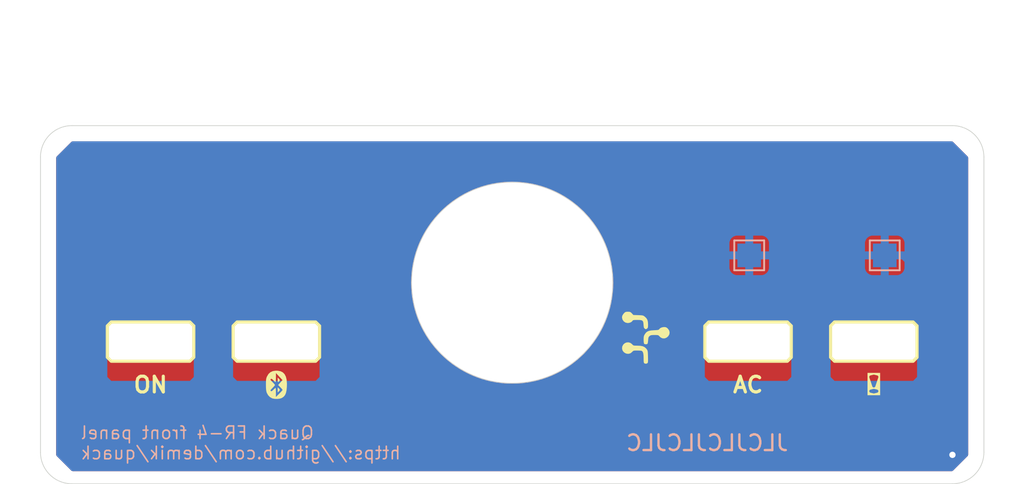
<source format=kicad_pcb>
(kicad_pcb (version 20240108) (generator "pcbnew") (generator_version "8.0")
  (title_block (title "Quack front panel") (date "2024-06-08") (rev "1.3") (company "Lostwave") (comment 1 "https://68kmla.org") (comment 2 "https://github.com/demik/quack"))
  (layers (0 "F.Cu" signal) (31 "B.Cu" power) (36 "B.SilkS" user "B.Silkscreen") (37 "F.SilkS" user "F.Silkscreen") (38 "B.Mask" user) (39 "F.Mask" user) (44 "Edge.Cuts" user))
  (net 0 "")
  (net 1 "Earth")
  (footprint "ADB_4mm:Untitled" (layer "F.Cu") (at 53 56.5)
    (property "Reference" "BT" (hide yes))
    (property "Value" "LOGO" (hide yes))
    (fp_poly (pts (xy 0.155222 -0.395111) (xy 0.211843 -0.329289) (xy 0.219724 -0.27595) (xy 0.180282 -0.221693) (xy 0.174166 -0.216041) (xy 0.126554 -0.179063) (xy 0.099454 -0.180294) (xy 0.087337 -0.225869) (xy 0.084666 -0.315364) (xy 0.084666 -0.461395)) (fill solid) (layer "F.SilkS"))
    (fp_poly (pts (xy 0.155222 0.225777) (xy 0.203229 0.279613) (xy 0.225572 0.321881) (xy 0.225777 0.324555) (xy 0.206811 0.364483) (xy 0.160609 0.418178) (xy 0.155222 0.423333) (xy 0.084666 0.489616) (xy 0.084666 0.324555) (xy 0.084666 0.159494)) (fill solid) (layer "F.SilkS"))
    (fp_poly (pts (xy 0.089038 -0.896103) (xy 0.268073 -0.863017) (xy 0.413247 -0.790463) (xy 0.525487 -0.67682) (xy 0.605721 -0.52047) (xy 0.654872 -0.319792) (xy 0.673869 -0.073167) (xy 0.670114 0.120058) (xy 0.650135 0.342081) (xy 0.612932 0.516754) (xy 0.555002 0.65148) (xy 0.472837 0.75366) (xy 0.362934 0.830697) (xy 0.324555 0.84977) (xy 0.204989 0.884808) (xy 0.055656 0.900154) (xy -0.100141 0.895335) (xy -0.239099 0.869884) (xy -0.26459 0.861649) (xy -0.406259 0.78293) (xy -0.524757 0.66168) (xy -0.607836 0.510746) (xy -0.613201 0.496021) (xy -0.636589 0.411856) (xy -0.643755 0.364231) (xy -0.372946 0.364231) (xy -0.360659 0.388025) (xy -0.352953 0.394965) (xy -0.322084 0.410909) (xy -0.286258 0.400569) (xy -0.232872 0.357834) (xy -0.188096 0.315009) (xy -0.121037 0.252266) (xy -0.069502 0.20965) (xy -0.048321 0.197555) (xy -0.03997 0.223805) (xy -0.033315 0.294678) (xy -0.029179 0.398361) (xy -0.028223 0.486127) (xy -0.028223 0.774698) (xy 0.183444 0.564444) (xy 0.270656 0.475308) (xy 0.340409 0.399248) (xy 0.384273 0.345753) (xy 0.395111 0.326149) (xy 0.376563 0.293452) (xy 0.327799 0.234001) (xy 0.25914 0.16032) (xy 0.254997 0.156109) (xy 0.114883 0.014111) (xy 0.252494 -0.142649) (xy 0.390105 -0.299408) (xy 0.182248 -0.523649) (xy -0.025609 -0.747889) (xy -0.026916 -0.458611) (xy -0.029282 -0.33854) (xy -0.03464 -0.242813) (xy -0.042117 -0.183229) (xy -0.048321 -0.169334) (xy -0.077689 -0.187619) (xy -0.133288 -0.235029) (xy -0.188096 -0.286787) (xy -0.25773 -0.351476) (xy -0.302379 -0.380167) (xy -0.334645 -0.378972) (xy -0.352953 -0.366744) (xy -0.371526 -0.34375) (xy -0.367478 -0.314695) (xy -0.335198 -0.269724) (xy -0.269073 -0.198982) (xy -0.241401 -0.170861) (xy -0.167556 -0.093081) (xy -0.112431 -0.029007) (xy -0.085755 0.00988) (xy -0.084667 0.014111) (xy -0.103274 0.04544) (xy -0.15261 0.104646) (xy -0.222943 0.180246) (xy -0.241401 0.199082) (xy -0.318929 0.279614) (xy -0.360907 0.331379) (xy -0.372946 0.364231) (xy -0.643755 0.364231) (xy -0.651831 0.31056) (xy -0.660156 0.179504) (xy -0.662791 0.006062) (xy -0.662789 -0.014111) (xy -0.66149 -0.171597) (xy -0.656854 -0.286168) (xy -0.647125 -0.371333) (xy -0.630543 -0.4406) (xy -0.60535 -0.507478) (xy -0.595725 -0.529372) (xy -0.500697 -0.689135) (xy -0.378025 -0.802697) (xy -0.224107 -0.871987) (xy -0.035341 -0.898935)) (fill solid) (layer "F.SilkS"))
  )
  (footprint "ADB_4mm:ADB_4mm" (layer "F.Cu") (at 76.5 53.5)
    (property "Reference" "ADB" (hide yes))
    (property "Value" "LOGO" (hide yes))
    (fp_poly (pts (xy 1.259897 -0.668993) (xy 1.331506 -0.635877) (xy 1.392588 -0.584544) (xy 1.477977 -0.470504) (xy 1.512294 -0.34505) (xy 1.496646 -0.218291) (xy 1.432143 -0.100335) (xy 1.329326 -0.007428) (xy 1.20383 0.045712) (xy 1.074948 0.045922) (xy 0.952682 -0.004896) (xy 0.852152 -0.098214) (xy 0.820579 -0.132945) (xy 0.783631 -0.15407) (xy 0.72732 -0.164935) (xy 0.637658 -0.168887) (xy 0.554901 -0.169333) (xy 0.432714 -0.167543) (xy 0.35156 -0.160029) (xy 0.296086 -0.143577) (xy 0.250935 -0.114973) (xy 0.235987 -0.10258) (xy 0.193251 -0.058852) (xy 0.167831 -0.007829) (xy 0.153713 0.068037) (xy 0.146508 0.158475) (xy 0.136575 0.26159) (xy 0.122012 0.344227) (xy 0.106195 0.388056) (xy 0.053084 0.416405) (xy -0.022119 0.42118) (xy -0.090132 0.402187) (xy -0.107244 0.389467) (xy -0.125577 0.341817) (xy -0.137288 0.247941) (xy -0.141111 0.126881) (xy -0.13882 0.005686) (xy -0.128982 -0.078734) (xy -0.107152 -0.145963) (xy -0.068884 -0.215585) (xy -0.060251 -0.229342) (xy 0.010405 -0.322439) (xy 0.092776 -0.388945) (xy 0.197752 -0.433387) (xy 0.336224 -0.460291) (xy 0.519082 -0.474183) (xy 0.529901 -0.47463) (xy 0.664168 -0.48136) (xy 0.752841 -0.490158) (xy 0.806771 -0.503223) (xy 0.83681 -0.522755) (xy 0.848238 -0.539158) (xy 0.91329 -0.606885) (xy 1.017232 -0.655085) (xy 1.143924 -0.676781) (xy 1.167811 -0.677333)) (fill solid) (layer "F.SilkS"))
    (fp_poly (pts (xy -1.04761 -1.647727) (xy -0.985222 -1.631585) (xy -0.932496 -1.593092) (xy -0.888788 -1.547716) (xy -0.794134 -1.444431) (xy -0.484261 -1.434827) (xy -0.346803 -1.429766) (xy -0.252227 -1.422635) (xy -0.186982 -1.410313) (xy -0.137515 -1.389682) (xy -0.090274 -1.35762) (xy -0.066027 -1.338549) (xy 0.033764 -1.242941) (xy 0.09744 -1.13807) (xy 0.131157 -1.009158) (xy 0.141067 -0.841425) (xy 0.141067 -0.841211) (xy 0.139279 -0.728284) (xy 0.131564 -0.657425) (xy 0.114486 -0.614314) (xy 0.084604 -0.584629) (xy 0.078387 -0.580156) (xy 0.022452 -0.544875) (xy -0.016495 -0.542386) (xy -0.067105 -0.572268) (xy -0.075165 -0.577899) (xy -0.108691 -0.611754) (xy -0.129324 -0.665081) (xy -0.141424 -0.752568) (xy -0.14575 -0.815715) (xy -0.156903 -0.942594) (xy -0.179676 -1.029777) (xy -0.223331 -1.084628) (xy -0.29713 -1.11451) (xy -0.410334 -1.12679) (xy -0.539603 -1.128889) (xy -0.668608 -1.127757) (xy -0.752679 -1.122959) (xy -0.803307 -1.112394) (xy -0.83198 -1.093959) (xy -0.84651 -1.072737) (xy -0.911784 -1.003554) (xy -1.013926 -0.953673) (xy -1.13438 -0.931694) (xy -1.151536 -0.931333) (xy -1.285728 -0.957746) (xy -1.399504 -1.030666) (xy -1.479522 -1.140613) (xy -1.493099 -1.173949) (xy -1.517829 -1.293905) (xy -1.498193 -1.400965) (xy -1.430574 -1.509344) (xy -1.398285 -1.546545) (xy -1.337923 -1.606991) (xy -1.284711 -1.638144) (xy -1.215233 -1.649587) (xy -1.143 -1.651)) (fill solid) (layer "F.SilkS"))
    (fp_poly (pts (xy -0.967687 0.339291) (xy -0.863523 0.425217) (xy -0.828276 0.464011) (xy -0.792831 0.488322) (xy -0.743544 0.501571) (xy -0.666769 0.50718) (xy -0.548862 0.508573) (xy -0.530989 0.50862) (xy -0.341151 0.517855) (xy -0.194397 0.547254) (xy -0.079715 0.600882) (xy 0.013912 0.682801) (xy 0.04561 0.72134) (xy 0.078417 0.766596) (xy 0.101268 0.80917) (xy 0.116289 0.860518) (xy 0.125609 0.932099) (xy 0.131355 1.035369) (xy 0.135654 1.181785) (xy 0.136349 1.209947) (xy 0.139425 1.365776) (xy 0.1391 1.474832) (xy 0.13444 1.546731) (xy 0.124511 1.591091) (xy 0.108378 1.617527) (xy 0.095677 1.628535) (xy 0.009875 1.662387) (xy -0.081162 1.640472) (xy -0.091722 1.634628) (xy -0.114272 1.613811) (xy -0.128849 1.575766) (xy -0.13708 1.509794) (xy -0.140591 1.405195) (xy -0.141111 1.309529) (xy -0.146892 1.125701) (xy -0.165295 0.991346) (xy -0.197916 0.900583) (xy -0.246345 0.84753) (xy -0.269376 0.835976) (xy -0.317608 0.82789) (xy -0.405795 0.821776) (xy -0.517452 0.818649) (xy -0.554464 0.818444) (xy -0.672045 0.819513) (xy -0.747861 0.82534) (xy -0.796584 0.839856) (xy -0.832886 0.86699) (xy -0.863523 0.901227) (xy -0.966157 0.987013) (xy -1.081305 1.026299) (xy -1.199489 1.024329) (xy -1.31123 0.986344) (xy -1.407049 0.917588) (xy -1.477469 0.823301) (xy -1.51301 0.708727) (xy -1.504195 0.579108) (xy -1.496115 0.551355) (xy -1.430437 0.430842) (xy -1.332604 0.346956) (xy -1.214767 0.302121) (xy -1.089078 0.298758)) (fill solid) (layer "F.SilkS"))
  )
  (footprint "TestPoint:TestPoint_Pad_1.5x1.5mm" (layer "B.Cu") (at 83.074 48.26)
    (property "Reference" "TP1" (hide yes))
    (property "Value" "TestPoint")
    (fp_line (start -0.95 -0.95) (end -0.95 0.95) (stroke (width 0.12)) (layer "B.SilkS"))
    (fp_line (start -0.95 0.95) (end 0.95 0.95) (stroke (width 0.12)) (layer "B.SilkS"))
    (fp_line (start 0.95 -0.95) (end -0.95 -0.95) (stroke (width 0.12)) (layer "B.SilkS"))
    (fp_line (start 0.95 0.95) (end 0.95 -0.95) (stroke (width 0.12)) (layer "B.SilkS"))
    (pad "1" smd rect (at 0 0) (size 1.5 1.5) (layers "B.Cu" "B.Mask") (net 1 "Earth"))
  )
  (footprint "TestPoint:TestPoint_Pad_1.5x1.5mm" (layer "B.Cu") (at 91.694 48.26)
    (property "Reference" "TP2" (hide yes))
    (property "Value" "TestPoint")
    (fp_line (start -0.95 -0.95) (end -0.95 0.95) (stroke (width 0.12)) (layer "B.SilkS"))
    (fp_line (start -0.95 0.95) (end 0.95 0.95) (stroke (width 0.12)) (layer "B.SilkS"))
    (fp_line (start 0.95 -0.95) (end -0.95 -0.95) (stroke (width 0.12)) (layer "B.SilkS"))
    (fp_line (start 0.95 0.95) (end 0.95 -0.95) (stroke (width 0.12)) (layer "B.SilkS"))
    (pad "1" smd rect (at 0 0) (size 1.5 1.5) (layers "B.Cu" "B.Mask") (net 1 "Earth"))
  )
  (gr_poly (pts (xy 80.25 52.75) (xy 80.5 52.5) (xy 85.5 52.5) (xy 85.75 52.75) (xy 85.75 54.75) (xy 85.5 55) (xy 80.5 55) (xy 80.25 54.75)) (stroke (width 0.2)) (fill none) (layer "F.SilkS"))
  (gr_poly (pts (xy 88.25 52.75) (xy 88.5 52.5) (xy 93.5 52.5) (xy 93.75 52.75) (xy 93.75 54.75) (xy 93.5 55) (xy 88.5 55) (xy 88.25 54.75)) (stroke (width 0.2)) (fill none) (layer "F.SilkS"))
  (gr_poly (pts (xy 50.25 52.75) (xy 50.5 52.5) (xy 55.5 52.5) (xy 55.75 52.75) (xy 55.75 54.75) (xy 55.5 55) (xy 50.5 55) (xy 50.25 54.75)) (stroke (width 0.2)) (fill none) (layer "F.SilkS"))
  (gr_poly (pts (xy 42.25 52.75) (xy 42.5 52.5) (xy 47.5 52.5) (xy 47.75 52.75) (xy 47.75 54.75) (xy 47.5 55) (xy 42.5 55) (xy 42.25 54.75)) (stroke (width 0.2)) (fill none) (layer "F.SilkS"))
  (gr_arc (start 96 40) (mid 97.414214 40.585786) (end 98 42) (stroke (width 0.05)) (layer "Edge.Cuts"))
  (gr_arc (start 40 62.8) (mid 38.585786 62.214214) (end 38 60.8) (stroke (width 0.05)) (layer "Edge.Cuts"))
  (gr_arc (start 98 60.8) (mid 97.414214 62.214214) (end 96 62.8) (stroke (width 0.05)) (layer "Edge.Cuts"))
  (gr_line (start 98 42) (end 98 60.8) (stroke (width 0.05)) (layer "Edge.Cuts"))
  (gr_line (start 96 62.8) (end 40 62.8) (stroke (width 0.05)) (layer "Edge.Cuts"))
  (gr_line (start 38 60.8) (end 38 42) (stroke (width 0.05)) (layer "Edge.Cuts"))
  (gr_line (start 40 40) (end 96 40) (stroke (width 0.05)) (layer "Edge.Cuts"))
  (gr_circle (center 68 50) (end 74.4 50) (stroke (width 0.05)) (fill none) (layer "Edge.Cuts"))
  (gr_arc (start 38 42) (mid 38.585786 40.585786) (end 40 40) (stroke (width 0.05)) (layer "Edge.Cuts"))
  (gr_text "JLCJLCJLCJLC" (at 80.4 60.2 0) (layer "B.SilkS") (effects (font (size 1 1)) (justify mirror)))
  (gr_text "Quack FR-4 front panel\nhttps://github.com/demik/quack" (at 40.5 60.2 0) (layer "B.SilkS") (effects (font (size 0.8 0.8) (thickness 0.1)) (justify right mirror)))
  (gr_text "ON" (at 45 56.5 0) (layer "F.SilkS") (effects (font (size 1 1) (thickness 0.2))))
  (gr_text "AC" (at 83 56.5 0) (layer "F.SilkS") (effects (font (size 1 1) (thickness 0.2))))
  (gr_text "!" (at 91 56.5 0) (layer "F.SilkS" knockout) (effects (font (size 1 4) (thickness 0.2) (bold yes))))
  (via (at 96 60.96) (size 0.8) (drill 0.4) (layers "F.Cu" "B.Cu") (net 1))
  (segment (start 96 60.96) (end 96 51.55) (width 0.25) (layer "B.Cu") (net 1))
  (segment (start 92.71 48.26) (end 91.694 48.26) (width 0.25) (layer "B.Cu") (net 1))
  (segment (start 96 51.55) (end 92.71 48.26) (width 0.25) (layer "B.Cu") (net 1))
  (segment (start 91.694 48.26) (end 83.074 48.26) (width 0.25) (layer "B.Cu") (net 1))
  (zone (net 0) (net_name "") (layer "F.Cu") (connect_pads (clearance 0)) (min_thickness 0.25)
    (keepout (tracks not_allowed) (vias not_allowed) (pads not_allowed) (copperpour not_allowed) (footprints not_allowed))
    (fill (thermal_gap 0.5) (thermal_bridge_width 0.5))
    (polygon (pts (xy 50.25 52.75) (xy 50.5 52.5) (xy 55.5 52.5) (xy 55.75 52.75) (xy 55.75 54.75) (xy 55.5 55) (xy 50.5 55) (xy 50.25 54.75)))
  )
  (zone (net 0) (net_name "") (layer "F.Cu") (connect_pads (clearance 0)) (min_thickness 0.25)
    (keepout (tracks not_allowed) (vias not_allowed) (pads not_allowed) (copperpour not_allowed) (footprints not_allowed))
    (fill (thermal_gap 0.5) (thermal_bridge_width 0.5))
    (polygon (pts (xy 88.25 52.75) (xy 88.5 52.5) (xy 93.5 52.5) (xy 93.75 52.75) (xy 93.75 54.75) (xy 93.5 55) (xy 88.5 55) (xy 88.25 54.75)))
  )
  (zone (net 0) (net_name "") (layer "F.Cu") (connect_pads (clearance 0)) (min_thickness 0.25)
    (keepout (tracks not_allowed) (vias not_allowed) (pads not_allowed) (copperpour not_allowed) (footprints not_allowed))
    (fill (thermal_gap 0.5) (thermal_bridge_width 0.5))
    (polygon (pts (xy 80.25 52.75) (xy 80.5 52.5) (xy 85.5 52.5) (xy 85.75 52.75) (xy 85.75 54.75) (xy 85.5 55) (xy 80.5 55) (xy 80.25 54.75)))
  )
  (zone (net 1) (net_name "Earth") (layer "F.Cu") (priority 1) (connect_pads (clearance 0)) (min_thickness 0.25) (fill yes (thermal_gap 0.5) (thermal_bridge_width 0.5))
    (polygon (pts (xy 96 62) (xy 97 61) (xy 97 42) (xy 96 41) (xy 40 41) (xy 39 42) (xy 39 61) (xy 40 62)))
  )
  (zone (net 0) (net_name "") (layer "F.Cu") (connect_pads (clearance 0)) (min_thickness 0.25)
    (keepout (tracks not_allowed) (vias not_allowed) (pads not_allowed) (copperpour not_allowed) (footprints not_allowed))
    (fill (thermal_gap 0.5) (thermal_bridge_width 0.5))
    (polygon (pts (xy 42.25 52.75) (xy 42.5 52.5) (xy 47.5 52.5) (xy 47.75 52.75) (xy 47.75 54.75) (xy 47.5 55) (xy 42.5 55) (xy 42.25 54.75)))
  )
  (zone (net 1) (net_name "Earth") (layer "B.Cu") (connect_pads (clearance 0.508)) (min_thickness 0.254) (fill yes (thermal_gap 0.508) (thermal_bridge_width 0.508))
    (polygon (pts (xy 97 42) (xy 97 61) (xy 96 62) (xy 40 62) (xy 39 61) (xy 39 42) (xy 40 41) (xy 96 41)))
  )
  (zone (net 0) (net_name "") (layer "B.Cu") (connect_pads (clearance 0)) (min_thickness 0.25)
    (keepout (tracks not_allowed) (vias not_allowed) (pads not_allowed) (copperpour not_allowed) (footprints not_allowed))
    (fill (thermal_gap 0.5) (thermal_bridge_width 0.5))
    (polygon (pts (xy 42.25 52.75) (xy 42.5 52.5) (xy 47.5 52.5) (xy 47.75 52.75) (xy 47.75 56) (xy 47.5 56.25) (xy 42.5 56.25) (xy 42.25 56)))
  )
  (zone (net 0) (net_name "") (layer "B.Cu") (connect_pads (clearance 0)) (min_thickness 0.25)
    (keepout (tracks not_allowed) (vias not_allowed) (pads not_allowed) (copperpour not_allowed) (footprints not_allowed))
    (fill (thermal_gap 0.5) (thermal_bridge_width 0.5))
    (polygon (pts (xy 88.25 52.75) (xy 88.5 52.5) (xy 93.5 52.5) (xy 93.75 52.75) (xy 93.75 56) (xy 93.5 56.25) (xy 88.5 56.25) (xy 88.25 56)))
  )
  (zone (net 0) (net_name "") (layer "B.Cu") (connect_pads (clearance 0)) (min_thickness 0.25)
    (keepout (tracks not_allowed) (vias not_allowed) (pads not_allowed) (copperpour not_allowed) (footprints not_allowed))
    (fill (thermal_gap 0.5) (thermal_bridge_width 0.5))
    (polygon (pts (xy 80.25 52.75) (xy 80.5 52.5) (xy 85.5 52.5) (xy 85.75 52.75) (xy 85.75 56) (xy 85.5 56.25) (xy 80.5 56.25) (xy 80.25 56)))
  )
  (zone (net 0) (net_name "") (layer "B.Cu") (connect_pads (clearance 0)) (min_thickness 0.25)
    (keepout (tracks not_allowed) (vias not_allowed) (pads not_allowed) (copperpour not_allowed) (footprints not_allowed))
    (fill (thermal_gap 0.5) (thermal_bridge_width 0.5))
    (polygon (pts (xy 50.25 52.75) (xy 50.5 52.5) (xy 55.5 52.5) (xy 55.75 52.75) (xy 55.75 56) (xy 55.5 56.25) (xy 50.5 56.25) (xy 50.25 56)))
  )
)
</source>
